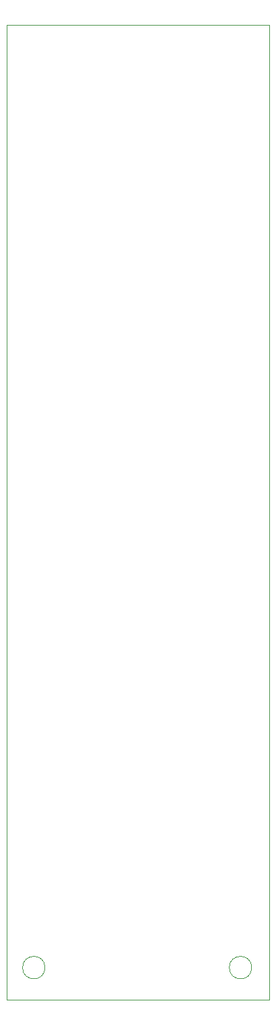
<source format=gbr>
%TF.GenerationSoftware,KiCad,Pcbnew,8.0.4*%
%TF.CreationDate,2024-10-23T23:59:55+06:00*%
%TF.ProjectId,PCB V0.6.3,50434220-5630-42e3-962e-332e6b696361,rev?*%
%TF.SameCoordinates,Original*%
%TF.FileFunction,Profile,NP*%
%FSLAX46Y46*%
G04 Gerber Fmt 4.6, Leading zero omitted, Abs format (unit mm)*
G04 Created by KiCad (PCBNEW 8.0.4) date 2024-10-23 23:59:55*
%MOMM*%
%LPD*%
G01*
G04 APERTURE LIST*
%TA.AperFunction,Profile*%
%ADD10C,0.050000*%
%TD*%
G04 APERTURE END LIST*
D10*
X84414214Y-183000000D02*
G75*
G02*
X81585786Y-183000000I-1414214J0D01*
G01*
X81585786Y-183000000D02*
G75*
G02*
X84414214Y-183000000I1414214J0D01*
G01*
X79600000Y-64500000D02*
X112600000Y-64500000D01*
X112600000Y-187000000D01*
X79600000Y-187000000D01*
X79600000Y-64500000D01*
X110414214Y-183000000D02*
G75*
G02*
X107585786Y-183000000I-1414214J0D01*
G01*
X107585786Y-183000000D02*
G75*
G02*
X110414214Y-183000000I1414214J0D01*
G01*
M02*

</source>
